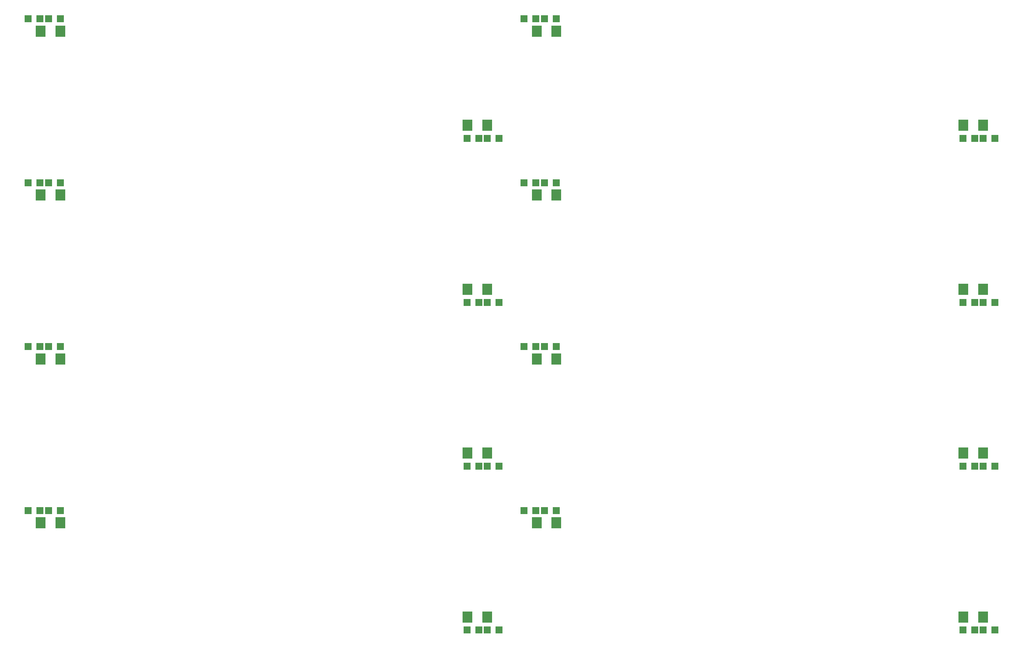
<source format=gbr>
G04 #@! TF.GenerationSoftware,KiCad,Pcbnew,(5.0.0)*
G04 #@! TF.CreationDate,2019-02-08T13:36:19+02:00*
G04 #@! TF.ProjectId,tp_x2_EKA_PnP,74705F78325F454B415F506E502E6B69,3*
G04 #@! TF.SameCoordinates,Original*
G04 #@! TF.FileFunction,Paste,Top*
G04 #@! TF.FilePolarity,Positive*
%FSLAX46Y46*%
G04 Gerber Fmt 4.6, Leading zero omitted, Abs format (unit mm)*
G04 Created by KiCad (PCBNEW (5.0.0)) date 02/08/19 13:36:19*
%MOMM*%
%LPD*%
G01*
G04 APERTURE LIST*
%ADD10R,1.800000X1.700000*%
%ADD11R,2.400000X2.700000*%
G04 APERTURE END LIST*
D10*
G04 #@! TO.C,R4*
X104500000Y-180500000D03*
X107400000Y-180500000D03*
G04 #@! TD*
G04 #@! TO.C,R3*
X214400000Y-209700000D03*
X211500000Y-209700000D03*
G04 #@! TD*
G04 #@! TO.C,R2*
X102400000Y-180500000D03*
X99500000Y-180500000D03*
G04 #@! TD*
D11*
G04 #@! TO.C,D1*
X107400000Y-183500000D03*
X102600000Y-183500000D03*
G04 #@! TD*
D10*
G04 #@! TO.C,R1*
X206600000Y-209700000D03*
X209500000Y-209700000D03*
G04 #@! TD*
G04 #@! TO.C,R4*
X228400000Y-180500000D03*
X225500000Y-180500000D03*
G04 #@! TD*
D11*
G04 #@! TO.C,D1*
X223600000Y-183500000D03*
X228400000Y-183500000D03*
G04 #@! TD*
D10*
G04 #@! TO.C,R1*
X330500000Y-209700000D03*
X327600000Y-209700000D03*
G04 #@! TD*
G04 #@! TO.C,R3*
X332500000Y-209700000D03*
X335400000Y-209700000D03*
G04 #@! TD*
G04 #@! TO.C,R2*
X220500000Y-180500000D03*
X223400000Y-180500000D03*
G04 #@! TD*
D11*
G04 #@! TO.C,D2*
X327700000Y-206500000D03*
X332500000Y-206500000D03*
G04 #@! TD*
G04 #@! TO.C,D3*
X228400000Y-143500000D03*
X223600000Y-143500000D03*
G04 #@! TD*
D10*
G04 #@! TO.C,R7*
X223400000Y-140500000D03*
X220500000Y-140500000D03*
G04 #@! TD*
G04 #@! TO.C,R6*
X327600000Y-169700000D03*
X330500000Y-169700000D03*
G04 #@! TD*
G04 #@! TO.C,R8*
X335400000Y-169700000D03*
X332500000Y-169700000D03*
G04 #@! TD*
D11*
G04 #@! TO.C,D4*
X332500000Y-166500000D03*
X327700000Y-166500000D03*
G04 #@! TD*
D10*
G04 #@! TO.C,R9*
X225500000Y-140500000D03*
X228400000Y-140500000D03*
G04 #@! TD*
G04 #@! TO.C,R9*
X107400000Y-140500000D03*
X104500000Y-140500000D03*
G04 #@! TD*
G04 #@! TO.C,R7*
X99500000Y-140500000D03*
X102400000Y-140500000D03*
G04 #@! TD*
G04 #@! TO.C,R6*
X209500000Y-169700000D03*
X206600000Y-169700000D03*
G04 #@! TD*
G04 #@! TO.C,R8*
X211500000Y-169700000D03*
X214400000Y-169700000D03*
G04 #@! TD*
D11*
G04 #@! TO.C,D3*
X102600000Y-143500000D03*
X107400000Y-143500000D03*
G04 #@! TD*
G04 #@! TO.C,D4*
X206700000Y-166500000D03*
X211500000Y-166500000D03*
G04 #@! TD*
G04 #@! TO.C,D2*
X211500000Y-206500000D03*
X206700000Y-206500000D03*
G04 #@! TD*
D10*
G04 #@! TO.C,R4*
X225500000Y-100500000D03*
X228400000Y-100500000D03*
G04 #@! TD*
G04 #@! TO.C,R3*
X335400000Y-129700000D03*
X332500000Y-129700000D03*
G04 #@! TD*
G04 #@! TO.C,R2*
X223400000Y-100500000D03*
X220500000Y-100500000D03*
G04 #@! TD*
D11*
G04 #@! TO.C,D1*
X228400000Y-103500000D03*
X223600000Y-103500000D03*
G04 #@! TD*
D10*
G04 #@! TO.C,R1*
X327600000Y-129700000D03*
X330500000Y-129700000D03*
G04 #@! TD*
G04 #@! TO.C,R9*
X228400000Y-60500000D03*
X225500000Y-60500000D03*
G04 #@! TD*
G04 #@! TO.C,R7*
X220500000Y-60500000D03*
X223400000Y-60500000D03*
G04 #@! TD*
G04 #@! TO.C,R6*
X330500000Y-89700000D03*
X327600000Y-89700000D03*
G04 #@! TD*
G04 #@! TO.C,R8*
X332500000Y-89700000D03*
X335400000Y-89700000D03*
G04 #@! TD*
D11*
G04 #@! TO.C,D3*
X223600000Y-63500000D03*
X228400000Y-63500000D03*
G04 #@! TD*
G04 #@! TO.C,D4*
X327700000Y-86500000D03*
X332500000Y-86500000D03*
G04 #@! TD*
G04 #@! TO.C,D2*
X332500000Y-126500000D03*
X327700000Y-126500000D03*
G04 #@! TD*
G04 #@! TO.C,D2*
X206700000Y-126500000D03*
X211500000Y-126500000D03*
G04 #@! TD*
D10*
G04 #@! TO.C,R1*
X209500000Y-129700000D03*
X206600000Y-129700000D03*
G04 #@! TD*
G04 #@! TO.C,R4*
X107400000Y-100500000D03*
X104500000Y-100500000D03*
G04 #@! TD*
D11*
G04 #@! TO.C,D1*
X102600000Y-103500000D03*
X107400000Y-103500000D03*
G04 #@! TD*
D10*
G04 #@! TO.C,R2*
X99500000Y-100500000D03*
X102400000Y-100500000D03*
G04 #@! TD*
G04 #@! TO.C,R3*
X211500000Y-129700000D03*
X214400000Y-129700000D03*
G04 #@! TD*
D11*
G04 #@! TO.C,D4*
X211500000Y-86500000D03*
X206700000Y-86500000D03*
G04 #@! TD*
G04 #@! TO.C,D3*
X107400000Y-63500000D03*
X102600000Y-63500000D03*
G04 #@! TD*
D10*
G04 #@! TO.C,R6*
X206600000Y-89700000D03*
X209500000Y-89700000D03*
G04 #@! TD*
G04 #@! TO.C,R8*
X214400000Y-89700000D03*
X211500000Y-89700000D03*
G04 #@! TD*
G04 #@! TO.C,R7*
X102400000Y-60500000D03*
X99500000Y-60500000D03*
G04 #@! TD*
G04 #@! TO.C,R9*
X104500000Y-60500000D03*
X107400000Y-60500000D03*
G04 #@! TD*
M02*

</source>
